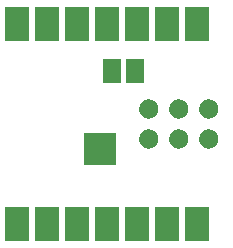
<source format=gtp>
G04 Layer: TopPasteMaskLayer*
G04 EasyEDA Pro v2.2.40.8, 2025-09-14 15:16:37*
G04 Gerber Generator version 0.3*
G04 Scale: 100 percent, Rotated: No, Reflected: No*
G04 Dimensions in millimeters*
G04 Leading zeros omitted, absolute positions, 4 integers and 5 decimals*
G04 Generated by one-click*
%FSLAX45Y45*%
%MOMM*%
%ADD10R,2.0X2.99999*%
%ADD11R,2.79999X2.79999*%
%ADD12R,1.524X2.032*%
%ADD13C,0.7751*%
G75*


G04 Pad Start*
G54D10*
G01X1094740Y-3341014D03*
G01X1348740Y-3341014D03*
G01X1602740Y-3341014D03*
G01X1856740Y-3341014D03*
G01X2110740Y-3341014D03*
G01X2364740Y-3341014D03*
G01X2618740Y-3341014D03*
G01X1094740Y-5040986D03*
G01X1348740Y-5040986D03*
G01X1602740Y-5040986D03*
G01X1856740Y-5040986D03*
G01X2110740Y-5040986D03*
G01X2364740Y-5040986D03*
G01X2618740Y-5040986D03*
G54D11*
G01X1796745Y-4401007D03*
G54D12*
G01X2086737Y-3741014D03*
G01X1896745Y-3741014D03*
G36*
G01X2796537Y-4063370D02*
G01X2796517Y-4065887D01*
G01X2796421Y-4068399D01*
G01X2796245Y-4070909D01*
G01X2795994Y-4073413D01*
G01X2795664Y-4075908D01*
G01X2795257Y-4078389D01*
G01X2794772Y-4080858D01*
G01X2794213Y-4083312D01*
G01X2793578Y-4085745D01*
G01X2792867Y-4088158D01*
G01X2792082Y-4090548D01*
G01X2791224Y-4092913D01*
G01X2790292Y-4095250D01*
G01X2789291Y-4097556D01*
G01X2788216Y-4099832D01*
G01X2787071Y-4102072D01*
G01X2785859Y-4104277D01*
G01X2784579Y-4106441D01*
G01X2783233Y-4108567D01*
G01X2781821Y-4110650D01*
G01X2780345Y-4112687D01*
G01X2778808Y-4114678D01*
G01X2777208Y-4116619D01*
G01X2775549Y-4118511D01*
G01X2773835Y-4120350D01*
G01X2772062Y-4122138D01*
G01X2770236Y-4123868D01*
G01X2768356Y-4125539D01*
G01X2766428Y-4127152D01*
G01X2764450Y-4128706D01*
G01X2762423Y-4130197D01*
G01X2760353Y-4131625D01*
G01X2758237Y-4132989D01*
G01X2756080Y-4134284D01*
G01X2753886Y-4135516D01*
G01X2751656Y-4136677D01*
G01X2749387Y-4137767D01*
G01X2747089Y-4138788D01*
G01X2744760Y-4139738D01*
G01X2742402Y-4140614D01*
G01X2740017Y-4141417D01*
G01X2737609Y-4142146D01*
G01X2735181Y-4142801D01*
G01X2732733Y-4143380D01*
G01X2730269Y-4143883D01*
G01X2727790Y-4144310D01*
G01X2725298Y-4144658D01*
G01X2722796Y-4144929D01*
G01X2720289Y-4145125D01*
G01X2717775Y-4145242D01*
G01X2715260Y-4145280D01*
G01X2712745Y-4145242D01*
G01X2710231Y-4145125D01*
G01X2707724Y-4144929D01*
G01X2705222Y-4144658D01*
G01X2702730Y-4144310D01*
G01X2700251Y-4143883D01*
G01X2697787Y-4143380D01*
G01X2695339Y-4142801D01*
G01X2692911Y-4142146D01*
G01X2690503Y-4141417D01*
G01X2688118Y-4140614D01*
G01X2685760Y-4139738D01*
G01X2683431Y-4138788D01*
G01X2681133Y-4137767D01*
G01X2678864Y-4136677D01*
G01X2676634Y-4135516D01*
G01X2674440Y-4134284D01*
G01X2672283Y-4132989D01*
G01X2670167Y-4131625D01*
G01X2668097Y-4130197D01*
G01X2666070Y-4128706D01*
G01X2664092Y-4127152D01*
G01X2662164Y-4125539D01*
G01X2660284Y-4123868D01*
G01X2658458Y-4122138D01*
G01X2656685Y-4120350D01*
G01X2654971Y-4118511D01*
G01X2653312Y-4116619D01*
G01X2651712Y-4114678D01*
G01X2650175Y-4112687D01*
G01X2648699Y-4110650D01*
G01X2647287Y-4108567D01*
G01X2645941Y-4106441D01*
G01X2644661Y-4104277D01*
G01X2643449Y-4102072D01*
G01X2642304Y-4099832D01*
G01X2641229Y-4097556D01*
G01X2640228Y-4095250D01*
G01X2639296Y-4092913D01*
G01X2638438Y-4090548D01*
G01X2637653Y-4088158D01*
G01X2636942Y-4085745D01*
G01X2636307Y-4083312D01*
G01X2635748Y-4080858D01*
G01X2635263Y-4078389D01*
G01X2634856Y-4075908D01*
G01X2634526Y-4073413D01*
G01X2634275Y-4070909D01*
G01X2634099Y-4068399D01*
G01X2634003Y-4065887D01*
G01X2633983Y-4063370D01*
G01X2634041Y-4060855D01*
G01X2634178Y-4058343D01*
G01X2634391Y-4055836D01*
G01X2634681Y-4053340D01*
G01X2635052Y-4050850D01*
G01X2635496Y-4048374D01*
G01X2636017Y-4045913D01*
G01X2636617Y-4043469D01*
G01X2637290Y-4041046D01*
G01X2638036Y-4038643D01*
G01X2638857Y-4036266D01*
G01X2639753Y-4033916D01*
G01X2640721Y-4031592D01*
G01X2641757Y-4029301D01*
G01X2642867Y-4027043D01*
G01X2644046Y-4024820D01*
G01X2645293Y-4022636D01*
G01X2646606Y-4020490D01*
G01X2647986Y-4018387D01*
G01X2649428Y-4016327D01*
G01X2650937Y-4014313D01*
G01X2652504Y-4012347D01*
G01X2654132Y-4010429D01*
G01X2655821Y-4008562D01*
G01X2657564Y-4006748D01*
G01X2659365Y-4004991D01*
G01X2661216Y-4003289D01*
G01X2663121Y-4001646D01*
G01X2665077Y-4000063D01*
G01X2667079Y-3998539D01*
G01X2669129Y-3997081D01*
G01X2671221Y-3995684D01*
G01X2673355Y-3994356D01*
G01X2675532Y-3993091D01*
G01X2677744Y-3991894D01*
G01X2679995Y-3990769D01*
G01X2682278Y-3989713D01*
G01X2684592Y-3988727D01*
G01X2686936Y-3987815D01*
G01X2689306Y-3986974D01*
G01X2691704Y-3986207D01*
G01X2694122Y-3985517D01*
G01X2696561Y-3984899D01*
G01X2699017Y-3984358D01*
G01X2701491Y-3983896D01*
G01X2703975Y-3983507D01*
G01X2706472Y-3983198D01*
G01X2708976Y-3982964D01*
G01X2711488Y-3982806D01*
G01X2714003Y-3982730D01*
G01X2716517Y-3982730D01*
G01X2719032Y-3982806D01*
G01X2721544Y-3982964D01*
G01X2724048Y-3983198D01*
G01X2726545Y-3983507D01*
G01X2729029Y-3983896D01*
G01X2731503Y-3984358D01*
G01X2733959Y-3984899D01*
G01X2736398Y-3985517D01*
G01X2738816Y-3986207D01*
G01X2741214Y-3986974D01*
G01X2743584Y-3987815D01*
G01X2745928Y-3988727D01*
G01X2748242Y-3989713D01*
G01X2750525Y-3990769D01*
G01X2752776Y-3991894D01*
G01X2754988Y-3993091D01*
G01X2757165Y-3994356D01*
G01X2759299Y-3995684D01*
G01X2761391Y-3997081D01*
G01X2763441Y-3998539D01*
G01X2765443Y-4000063D01*
G01X2767399Y-4001646D01*
G01X2769304Y-4003289D01*
G01X2771155Y-4004991D01*
G01X2772956Y-4006748D01*
G01X2774699Y-4008562D01*
G01X2776388Y-4010429D01*
G01X2778016Y-4012347D01*
G01X2779583Y-4014313D01*
G01X2781092Y-4016327D01*
G01X2782534Y-4018387D01*
G01X2783914Y-4020490D01*
G01X2785227Y-4022636D01*
G01X2786474Y-4024820D01*
G01X2787653Y-4027043D01*
G01X2788763Y-4029301D01*
G01X2789799Y-4031592D01*
G01X2790767Y-4033916D01*
G01X2791663Y-4036266D01*
G01X2792484Y-4038643D01*
G01X2793230Y-4041046D01*
G01X2793903Y-4043469D01*
G01X2794503Y-4045913D01*
G01X2795024Y-4048374D01*
G01X2795468Y-4050850D01*
G01X2795839Y-4053340D01*
G01X2796129Y-4055836D01*
G01X2796342Y-4058343D01*
G01X2796479Y-4060855D01*
G01X2796537Y-4063370D01*
G37*
G36*
G01X2796537Y-4317370D02*
G01X2796517Y-4319887D01*
G01X2796421Y-4322399D01*
G01X2796245Y-4324909D01*
G01X2795994Y-4327413D01*
G01X2795664Y-4329908D01*
G01X2795257Y-4332389D01*
G01X2794772Y-4334858D01*
G01X2794213Y-4337312D01*
G01X2793578Y-4339745D01*
G01X2792867Y-4342158D01*
G01X2792082Y-4344548D01*
G01X2791224Y-4346913D01*
G01X2790292Y-4349250D01*
G01X2789291Y-4351556D01*
G01X2788216Y-4353832D01*
G01X2787071Y-4356072D01*
G01X2785859Y-4358277D01*
G01X2784579Y-4360441D01*
G01X2783233Y-4362567D01*
G01X2781821Y-4364650D01*
G01X2780345Y-4366687D01*
G01X2778808Y-4368678D01*
G01X2777208Y-4370619D01*
G01X2775549Y-4372511D01*
G01X2773835Y-4374350D01*
G01X2772062Y-4376138D01*
G01X2770236Y-4377868D01*
G01X2768356Y-4379539D01*
G01X2766428Y-4381152D01*
G01X2764450Y-4382706D01*
G01X2762423Y-4384197D01*
G01X2760353Y-4385625D01*
G01X2758237Y-4386989D01*
G01X2756080Y-4388284D01*
G01X2753886Y-4389516D01*
G01X2751656Y-4390677D01*
G01X2749387Y-4391767D01*
G01X2747089Y-4392788D01*
G01X2744760Y-4393738D01*
G01X2742402Y-4394614D01*
G01X2740017Y-4395417D01*
G01X2737609Y-4396146D01*
G01X2735181Y-4396801D01*
G01X2732733Y-4397380D01*
G01X2730269Y-4397883D01*
G01X2727790Y-4398310D01*
G01X2725298Y-4398658D01*
G01X2722796Y-4398929D01*
G01X2720289Y-4399125D01*
G01X2717775Y-4399242D01*
G01X2715260Y-4399280D01*
G01X2712745Y-4399242D01*
G01X2710231Y-4399125D01*
G01X2707724Y-4398929D01*
G01X2705222Y-4398658D01*
G01X2702730Y-4398310D01*
G01X2700251Y-4397883D01*
G01X2697787Y-4397380D01*
G01X2695339Y-4396801D01*
G01X2692911Y-4396146D01*
G01X2690503Y-4395417D01*
G01X2688118Y-4394614D01*
G01X2685760Y-4393738D01*
G01X2683431Y-4392788D01*
G01X2681133Y-4391767D01*
G01X2678864Y-4390677D01*
G01X2676634Y-4389516D01*
G01X2674440Y-4388284D01*
G01X2672283Y-4386989D01*
G01X2670167Y-4385625D01*
G01X2668097Y-4384197D01*
G01X2666070Y-4382706D01*
G01X2664092Y-4381152D01*
G01X2662164Y-4379539D01*
G01X2660284Y-4377868D01*
G01X2658458Y-4376138D01*
G01X2656685Y-4374350D01*
G01X2654971Y-4372511D01*
G01X2653312Y-4370619D01*
G01X2651712Y-4368678D01*
G01X2650175Y-4366687D01*
G01X2648699Y-4364650D01*
G01X2647287Y-4362567D01*
G01X2645941Y-4360441D01*
G01X2644661Y-4358277D01*
G01X2643449Y-4356072D01*
G01X2642304Y-4353832D01*
G01X2641229Y-4351556D01*
G01X2640228Y-4349250D01*
G01X2639296Y-4346913D01*
G01X2638438Y-4344548D01*
G01X2637653Y-4342158D01*
G01X2636942Y-4339745D01*
G01X2636307Y-4337312D01*
G01X2635748Y-4334858D01*
G01X2635263Y-4332389D01*
G01X2634856Y-4329908D01*
G01X2634526Y-4327413D01*
G01X2634275Y-4324909D01*
G01X2634099Y-4322399D01*
G01X2634003Y-4319887D01*
G01X2633983Y-4317370D01*
G01X2634041Y-4314855D01*
G01X2634178Y-4312343D01*
G01X2634391Y-4309836D01*
G01X2634681Y-4307340D01*
G01X2635052Y-4304850D01*
G01X2635496Y-4302374D01*
G01X2636017Y-4299913D01*
G01X2636617Y-4297469D01*
G01X2637290Y-4295046D01*
G01X2638036Y-4292643D01*
G01X2638857Y-4290266D01*
G01X2639753Y-4287916D01*
G01X2640721Y-4285592D01*
G01X2641757Y-4283301D01*
G01X2642867Y-4281043D01*
G01X2644046Y-4278820D01*
G01X2645293Y-4276636D01*
G01X2646606Y-4274490D01*
G01X2647986Y-4272387D01*
G01X2649428Y-4270327D01*
G01X2650937Y-4268313D01*
G01X2652504Y-4266347D01*
G01X2654132Y-4264429D01*
G01X2655821Y-4262562D01*
G01X2657564Y-4260748D01*
G01X2659365Y-4258991D01*
G01X2661216Y-4257289D01*
G01X2663121Y-4255646D01*
G01X2665077Y-4254063D01*
G01X2667079Y-4252539D01*
G01X2669129Y-4251081D01*
G01X2671221Y-4249684D01*
G01X2673355Y-4248356D01*
G01X2675532Y-4247091D01*
G01X2677744Y-4245894D01*
G01X2679995Y-4244769D01*
G01X2682278Y-4243713D01*
G01X2684592Y-4242727D01*
G01X2686936Y-4241815D01*
G01X2689306Y-4240974D01*
G01X2691704Y-4240207D01*
G01X2694122Y-4239517D01*
G01X2696561Y-4238899D01*
G01X2699017Y-4238358D01*
G01X2701491Y-4237896D01*
G01X2703975Y-4237507D01*
G01X2706472Y-4237198D01*
G01X2708976Y-4236964D01*
G01X2711488Y-4236806D01*
G01X2714003Y-4236730D01*
G01X2716517Y-4236730D01*
G01X2719032Y-4236806D01*
G01X2721544Y-4236964D01*
G01X2724048Y-4237198D01*
G01X2726545Y-4237507D01*
G01X2729029Y-4237896D01*
G01X2731503Y-4238358D01*
G01X2733959Y-4238899D01*
G01X2736398Y-4239517D01*
G01X2738816Y-4240207D01*
G01X2741214Y-4240974D01*
G01X2743584Y-4241815D01*
G01X2745928Y-4242727D01*
G01X2748242Y-4243713D01*
G01X2750525Y-4244769D01*
G01X2752776Y-4245894D01*
G01X2754988Y-4247091D01*
G01X2757165Y-4248356D01*
G01X2759299Y-4249684D01*
G01X2761391Y-4251081D01*
G01X2763441Y-4252539D01*
G01X2765443Y-4254063D01*
G01X2767399Y-4255646D01*
G01X2769304Y-4257289D01*
G01X2771155Y-4258991D01*
G01X2772956Y-4260748D01*
G01X2774699Y-4262562D01*
G01X2776388Y-4264429D01*
G01X2778016Y-4266347D01*
G01X2779583Y-4268313D01*
G01X2781092Y-4270327D01*
G01X2782534Y-4272387D01*
G01X2783914Y-4274490D01*
G01X2785227Y-4276636D01*
G01X2786474Y-4278820D01*
G01X2787653Y-4281043D01*
G01X2788763Y-4283301D01*
G01X2789799Y-4285592D01*
G01X2790767Y-4287916D01*
G01X2791663Y-4290266D01*
G01X2792484Y-4292643D01*
G01X2793230Y-4295046D01*
G01X2793903Y-4297469D01*
G01X2794503Y-4299913D01*
G01X2795024Y-4302374D01*
G01X2795468Y-4304850D01*
G01X2795839Y-4307340D01*
G01X2796129Y-4309836D01*
G01X2796342Y-4312343D01*
G01X2796479Y-4314855D01*
G01X2796537Y-4317370D01*
G37*
G36*
G01X2542537Y-4317370D02*
G01X2542517Y-4319887D01*
G01X2542421Y-4322399D01*
G01X2542245Y-4324909D01*
G01X2541994Y-4327413D01*
G01X2541664Y-4329908D01*
G01X2541257Y-4332389D01*
G01X2540772Y-4334858D01*
G01X2540213Y-4337312D01*
G01X2539578Y-4339745D01*
G01X2538867Y-4342158D01*
G01X2538082Y-4344548D01*
G01X2537224Y-4346913D01*
G01X2536292Y-4349250D01*
G01X2535291Y-4351556D01*
G01X2534216Y-4353832D01*
G01X2533071Y-4356072D01*
G01X2531859Y-4358277D01*
G01X2530579Y-4360441D01*
G01X2529233Y-4362567D01*
G01X2527821Y-4364650D01*
G01X2526345Y-4366687D01*
G01X2524808Y-4368678D01*
G01X2523208Y-4370619D01*
G01X2521549Y-4372511D01*
G01X2519835Y-4374350D01*
G01X2518062Y-4376138D01*
G01X2516236Y-4377868D01*
G01X2514356Y-4379539D01*
G01X2512428Y-4381152D01*
G01X2510450Y-4382706D01*
G01X2508423Y-4384197D01*
G01X2506353Y-4385625D01*
G01X2504237Y-4386989D01*
G01X2502080Y-4388284D01*
G01X2499886Y-4389516D01*
G01X2497656Y-4390677D01*
G01X2495387Y-4391767D01*
G01X2493089Y-4392788D01*
G01X2490760Y-4393738D01*
G01X2488402Y-4394614D01*
G01X2486017Y-4395417D01*
G01X2483609Y-4396146D01*
G01X2481181Y-4396801D01*
G01X2478733Y-4397380D01*
G01X2476269Y-4397883D01*
G01X2473790Y-4398310D01*
G01X2471298Y-4398658D01*
G01X2468796Y-4398929D01*
G01X2466289Y-4399125D01*
G01X2463775Y-4399242D01*
G01X2461260Y-4399280D01*
G01X2458745Y-4399242D01*
G01X2456231Y-4399125D01*
G01X2453724Y-4398929D01*
G01X2451222Y-4398658D01*
G01X2448730Y-4398310D01*
G01X2446251Y-4397883D01*
G01X2443787Y-4397380D01*
G01X2441339Y-4396801D01*
G01X2438911Y-4396146D01*
G01X2436503Y-4395417D01*
G01X2434118Y-4394614D01*
G01X2431760Y-4393738D01*
G01X2429431Y-4392788D01*
G01X2427133Y-4391767D01*
G01X2424864Y-4390677D01*
G01X2422634Y-4389516D01*
G01X2420440Y-4388284D01*
G01X2418283Y-4386989D01*
G01X2416167Y-4385625D01*
G01X2414097Y-4384197D01*
G01X2412070Y-4382706D01*
G01X2410092Y-4381152D01*
G01X2408164Y-4379539D01*
G01X2406284Y-4377868D01*
G01X2404458Y-4376138D01*
G01X2402685Y-4374350D01*
G01X2400971Y-4372511D01*
G01X2399312Y-4370619D01*
G01X2397712Y-4368678D01*
G01X2396175Y-4366687D01*
G01X2394699Y-4364650D01*
G01X2393287Y-4362567D01*
G01X2391941Y-4360441D01*
G01X2390661Y-4358277D01*
G01X2389449Y-4356072D01*
G01X2388304Y-4353832D01*
G01X2387229Y-4351556D01*
G01X2386228Y-4349250D01*
G01X2385296Y-4346913D01*
G01X2384438Y-4344548D01*
G01X2383653Y-4342158D01*
G01X2382942Y-4339745D01*
G01X2382307Y-4337312D01*
G01X2381748Y-4334858D01*
G01X2381263Y-4332389D01*
G01X2380856Y-4329908D01*
G01X2380526Y-4327413D01*
G01X2380275Y-4324909D01*
G01X2380099Y-4322399D01*
G01X2380003Y-4319887D01*
G01X2379983Y-4317370D01*
G01X2380041Y-4314855D01*
G01X2380178Y-4312343D01*
G01X2380391Y-4309836D01*
G01X2380681Y-4307340D01*
G01X2381052Y-4304850D01*
G01X2381496Y-4302374D01*
G01X2382017Y-4299913D01*
G01X2382617Y-4297469D01*
G01X2383290Y-4295046D01*
G01X2384036Y-4292643D01*
G01X2384857Y-4290266D01*
G01X2385753Y-4287916D01*
G01X2386721Y-4285592D01*
G01X2387757Y-4283301D01*
G01X2388867Y-4281043D01*
G01X2390046Y-4278820D01*
G01X2391293Y-4276636D01*
G01X2392606Y-4274490D01*
G01X2393986Y-4272387D01*
G01X2395428Y-4270327D01*
G01X2396937Y-4268313D01*
G01X2398504Y-4266347D01*
G01X2400132Y-4264429D01*
G01X2401821Y-4262562D01*
G01X2403564Y-4260748D01*
G01X2405365Y-4258991D01*
G01X2407216Y-4257289D01*
G01X2409121Y-4255646D01*
G01X2411077Y-4254063D01*
G01X2413079Y-4252539D01*
G01X2415129Y-4251081D01*
G01X2417221Y-4249684D01*
G01X2419355Y-4248356D01*
G01X2421532Y-4247091D01*
G01X2423744Y-4245894D01*
G01X2425995Y-4244769D01*
G01X2428278Y-4243713D01*
G01X2430592Y-4242727D01*
G01X2432936Y-4241815D01*
G01X2435306Y-4240974D01*
G01X2437704Y-4240207D01*
G01X2440122Y-4239517D01*
G01X2442561Y-4238899D01*
G01X2445017Y-4238358D01*
G01X2447491Y-4237896D01*
G01X2449975Y-4237507D01*
G01X2452472Y-4237198D01*
G01X2454976Y-4236964D01*
G01X2457488Y-4236806D01*
G01X2460003Y-4236730D01*
G01X2462517Y-4236730D01*
G01X2465032Y-4236806D01*
G01X2467544Y-4236964D01*
G01X2470048Y-4237198D01*
G01X2472545Y-4237507D01*
G01X2475029Y-4237896D01*
G01X2477503Y-4238358D01*
G01X2479959Y-4238899D01*
G01X2482398Y-4239517D01*
G01X2484816Y-4240207D01*
G01X2487214Y-4240974D01*
G01X2489584Y-4241815D01*
G01X2491928Y-4242727D01*
G01X2494242Y-4243713D01*
G01X2496525Y-4244769D01*
G01X2498776Y-4245894D01*
G01X2500988Y-4247091D01*
G01X2503165Y-4248356D01*
G01X2505299Y-4249684D01*
G01X2507391Y-4251081D01*
G01X2509441Y-4252539D01*
G01X2511443Y-4254063D01*
G01X2513399Y-4255646D01*
G01X2515304Y-4257289D01*
G01X2517155Y-4258991D01*
G01X2518956Y-4260748D01*
G01X2520699Y-4262562D01*
G01X2522388Y-4264429D01*
G01X2524016Y-4266347D01*
G01X2525583Y-4268313D01*
G01X2527092Y-4270327D01*
G01X2528534Y-4272387D01*
G01X2529914Y-4274490D01*
G01X2531227Y-4276636D01*
G01X2532474Y-4278820D01*
G01X2533653Y-4281043D01*
G01X2534763Y-4283301D01*
G01X2535799Y-4285592D01*
G01X2536767Y-4287916D01*
G01X2537663Y-4290266D01*
G01X2538484Y-4292643D01*
G01X2539230Y-4295046D01*
G01X2539903Y-4297469D01*
G01X2540503Y-4299913D01*
G01X2541024Y-4302374D01*
G01X2541468Y-4304850D01*
G01X2541839Y-4307340D01*
G01X2542129Y-4309836D01*
G01X2542342Y-4312343D01*
G01X2542479Y-4314855D01*
G01X2542537Y-4317370D01*
G37*
G36*
G01X2542537Y-4063370D02*
G01X2542517Y-4065887D01*
G01X2542421Y-4068399D01*
G01X2542245Y-4070909D01*
G01X2541994Y-4073413D01*
G01X2541664Y-4075908D01*
G01X2541257Y-4078389D01*
G01X2540772Y-4080858D01*
G01X2540213Y-4083312D01*
G01X2539578Y-4085745D01*
G01X2538867Y-4088158D01*
G01X2538082Y-4090548D01*
G01X2537224Y-4092913D01*
G01X2536292Y-4095250D01*
G01X2535291Y-4097556D01*
G01X2534216Y-4099832D01*
G01X2533071Y-4102072D01*
G01X2531859Y-4104277D01*
G01X2530579Y-4106441D01*
G01X2529233Y-4108567D01*
G01X2527821Y-4110650D01*
G01X2526345Y-4112687D01*
G01X2524808Y-4114678D01*
G01X2523208Y-4116619D01*
G01X2521549Y-4118511D01*
G01X2519835Y-4120350D01*
G01X2518062Y-4122138D01*
G01X2516236Y-4123868D01*
G01X2514356Y-4125539D01*
G01X2512428Y-4127152D01*
G01X2510450Y-4128706D01*
G01X2508423Y-4130197D01*
G01X2506353Y-4131625D01*
G01X2504237Y-4132989D01*
G01X2502080Y-4134284D01*
G01X2499886Y-4135516D01*
G01X2497656Y-4136677D01*
G01X2495387Y-4137767D01*
G01X2493089Y-4138788D01*
G01X2490760Y-4139738D01*
G01X2488402Y-4140614D01*
G01X2486017Y-4141417D01*
G01X2483609Y-4142146D01*
G01X2481181Y-4142801D01*
G01X2478733Y-4143380D01*
G01X2476269Y-4143883D01*
G01X2473790Y-4144310D01*
G01X2471298Y-4144658D01*
G01X2468796Y-4144929D01*
G01X2466289Y-4145125D01*
G01X2463775Y-4145242D01*
G01X2461260Y-4145280D01*
G01X2458745Y-4145242D01*
G01X2456231Y-4145125D01*
G01X2453724Y-4144929D01*
G01X2451222Y-4144658D01*
G01X2448730Y-4144310D01*
G01X2446251Y-4143883D01*
G01X2443787Y-4143380D01*
G01X2441339Y-4142801D01*
G01X2438911Y-4142146D01*
G01X2436503Y-4141417D01*
G01X2434118Y-4140614D01*
G01X2431760Y-4139738D01*
G01X2429431Y-4138788D01*
G01X2427133Y-4137767D01*
G01X2424864Y-4136677D01*
G01X2422634Y-4135516D01*
G01X2420440Y-4134284D01*
G01X2418283Y-4132989D01*
G01X2416167Y-4131625D01*
G01X2414097Y-4130197D01*
G01X2412070Y-4128706D01*
G01X2410092Y-4127152D01*
G01X2408164Y-4125539D01*
G01X2406284Y-4123868D01*
G01X2404458Y-4122138D01*
G01X2402685Y-4120350D01*
G01X2400971Y-4118511D01*
G01X2399312Y-4116619D01*
G01X2397712Y-4114678D01*
G01X2396175Y-4112687D01*
G01X2394699Y-4110650D01*
G01X2393287Y-4108567D01*
G01X2391941Y-4106441D01*
G01X2390661Y-4104277D01*
G01X2389449Y-4102072D01*
G01X2388304Y-4099832D01*
G01X2387229Y-4097556D01*
G01X2386228Y-4095250D01*
G01X2385296Y-4092913D01*
G01X2384438Y-4090548D01*
G01X2383653Y-4088158D01*
G01X2382942Y-4085745D01*
G01X2382307Y-4083312D01*
G01X2381748Y-4080858D01*
G01X2381263Y-4078389D01*
G01X2380856Y-4075908D01*
G01X2380526Y-4073413D01*
G01X2380275Y-4070909D01*
G01X2380099Y-4068399D01*
G01X2380003Y-4065887D01*
G01X2379983Y-4063370D01*
G01X2380041Y-4060855D01*
G01X2380178Y-4058343D01*
G01X2380391Y-4055836D01*
G01X2380681Y-4053340D01*
G01X2381052Y-4050850D01*
G01X2381496Y-4048374D01*
G01X2382017Y-4045913D01*
G01X2382617Y-4043469D01*
G01X2383290Y-4041046D01*
G01X2384036Y-4038643D01*
G01X2384857Y-4036266D01*
G01X2385753Y-4033916D01*
G01X2386721Y-4031592D01*
G01X2387757Y-4029301D01*
G01X2388867Y-4027043D01*
G01X2390046Y-4024820D01*
G01X2391293Y-4022636D01*
G01X2392606Y-4020490D01*
G01X2393986Y-4018387D01*
G01X2395428Y-4016327D01*
G01X2396937Y-4014313D01*
G01X2398504Y-4012347D01*
G01X2400132Y-4010429D01*
G01X2401821Y-4008562D01*
G01X2403564Y-4006748D01*
G01X2405365Y-4004991D01*
G01X2407216Y-4003289D01*
G01X2409121Y-4001646D01*
G01X2411077Y-4000063D01*
G01X2413079Y-3998539D01*
G01X2415129Y-3997081D01*
G01X2417221Y-3995684D01*
G01X2419355Y-3994356D01*
G01X2421532Y-3993091D01*
G01X2423744Y-3991894D01*
G01X2425995Y-3990769D01*
G01X2428278Y-3989713D01*
G01X2430592Y-3988727D01*
G01X2432936Y-3987815D01*
G01X2435306Y-3986974D01*
G01X2437704Y-3986207D01*
G01X2440122Y-3985517D01*
G01X2442561Y-3984899D01*
G01X2445017Y-3984358D01*
G01X2447491Y-3983896D01*
G01X2449975Y-3983507D01*
G01X2452472Y-3983198D01*
G01X2454976Y-3982964D01*
G01X2457488Y-3982806D01*
G01X2460003Y-3982730D01*
G01X2462517Y-3982730D01*
G01X2465032Y-3982806D01*
G01X2467544Y-3982964D01*
G01X2470048Y-3983198D01*
G01X2472545Y-3983507D01*
G01X2475029Y-3983896D01*
G01X2477503Y-3984358D01*
G01X2479959Y-3984899D01*
G01X2482398Y-3985517D01*
G01X2484816Y-3986207D01*
G01X2487214Y-3986974D01*
G01X2489584Y-3987815D01*
G01X2491928Y-3988727D01*
G01X2494242Y-3989713D01*
G01X2496525Y-3990769D01*
G01X2498776Y-3991894D01*
G01X2500988Y-3993091D01*
G01X2503165Y-3994356D01*
G01X2505299Y-3995684D01*
G01X2507391Y-3997081D01*
G01X2509441Y-3998539D01*
G01X2511443Y-4000063D01*
G01X2513399Y-4001646D01*
G01X2515304Y-4003289D01*
G01X2517155Y-4004991D01*
G01X2518956Y-4006748D01*
G01X2520699Y-4008562D01*
G01X2522388Y-4010429D01*
G01X2524016Y-4012347D01*
G01X2525583Y-4014313D01*
G01X2527092Y-4016327D01*
G01X2528534Y-4018387D01*
G01X2529914Y-4020490D01*
G01X2531227Y-4022636D01*
G01X2532474Y-4024820D01*
G01X2533653Y-4027043D01*
G01X2534763Y-4029301D01*
G01X2535799Y-4031592D01*
G01X2536767Y-4033916D01*
G01X2537663Y-4036266D01*
G01X2538484Y-4038643D01*
G01X2539230Y-4041046D01*
G01X2539903Y-4043469D01*
G01X2540503Y-4045913D01*
G01X2541024Y-4048374D01*
G01X2541468Y-4050850D01*
G01X2541839Y-4053340D01*
G01X2542129Y-4055836D01*
G01X2542342Y-4058343D01*
G01X2542479Y-4060855D01*
G01X2542537Y-4063370D01*
G37*
G36*
G01X2288537Y-4317370D02*
G01X2288517Y-4319887D01*
G01X2288421Y-4322399D01*
G01X2288245Y-4324909D01*
G01X2287994Y-4327413D01*
G01X2287664Y-4329908D01*
G01X2287257Y-4332389D01*
G01X2286772Y-4334858D01*
G01X2286213Y-4337312D01*
G01X2285578Y-4339745D01*
G01X2284867Y-4342158D01*
G01X2284082Y-4344548D01*
G01X2283224Y-4346913D01*
G01X2282292Y-4349250D01*
G01X2281291Y-4351556D01*
G01X2280216Y-4353832D01*
G01X2279071Y-4356072D01*
G01X2277859Y-4358277D01*
G01X2276579Y-4360441D01*
G01X2275233Y-4362567D01*
G01X2273821Y-4364650D01*
G01X2272345Y-4366687D01*
G01X2270808Y-4368678D01*
G01X2269208Y-4370619D01*
G01X2267549Y-4372511D01*
G01X2265835Y-4374350D01*
G01X2264062Y-4376138D01*
G01X2262236Y-4377868D01*
G01X2260356Y-4379539D01*
G01X2258428Y-4381152D01*
G01X2256450Y-4382706D01*
G01X2254423Y-4384197D01*
G01X2252353Y-4385625D01*
G01X2250237Y-4386989D01*
G01X2248080Y-4388284D01*
G01X2245886Y-4389516D01*
G01X2243656Y-4390677D01*
G01X2241387Y-4391767D01*
G01X2239089Y-4392788D01*
G01X2236760Y-4393738D01*
G01X2234402Y-4394614D01*
G01X2232017Y-4395417D01*
G01X2229609Y-4396146D01*
G01X2227181Y-4396801D01*
G01X2224733Y-4397380D01*
G01X2222269Y-4397883D01*
G01X2219790Y-4398310D01*
G01X2217298Y-4398658D01*
G01X2214796Y-4398929D01*
G01X2212289Y-4399125D01*
G01X2209775Y-4399242D01*
G01X2207260Y-4399280D01*
G01X2204745Y-4399242D01*
G01X2202231Y-4399125D01*
G01X2199724Y-4398929D01*
G01X2197222Y-4398658D01*
G01X2194730Y-4398310D01*
G01X2192251Y-4397883D01*
G01X2189787Y-4397380D01*
G01X2187339Y-4396801D01*
G01X2184911Y-4396146D01*
G01X2182503Y-4395417D01*
G01X2180118Y-4394614D01*
G01X2177760Y-4393738D01*
G01X2175431Y-4392788D01*
G01X2173133Y-4391767D01*
G01X2170864Y-4390677D01*
G01X2168634Y-4389516D01*
G01X2166440Y-4388284D01*
G01X2164283Y-4386989D01*
G01X2162167Y-4385625D01*
G01X2160097Y-4384197D01*
G01X2158070Y-4382706D01*
G01X2156092Y-4381152D01*
G01X2154164Y-4379539D01*
G01X2152284Y-4377868D01*
G01X2150458Y-4376138D01*
G01X2148685Y-4374350D01*
G01X2146971Y-4372511D01*
G01X2145312Y-4370619D01*
G01X2143712Y-4368678D01*
G01X2142175Y-4366687D01*
G01X2140699Y-4364650D01*
G01X2139287Y-4362567D01*
G01X2137941Y-4360441D01*
G01X2136661Y-4358277D01*
G01X2135449Y-4356072D01*
G01X2134304Y-4353832D01*
G01X2133229Y-4351556D01*
G01X2132228Y-4349250D01*
G01X2131296Y-4346913D01*
G01X2130438Y-4344548D01*
G01X2129653Y-4342158D01*
G01X2128942Y-4339745D01*
G01X2128307Y-4337312D01*
G01X2127748Y-4334858D01*
G01X2127263Y-4332389D01*
G01X2126856Y-4329908D01*
G01X2126526Y-4327413D01*
G01X2126275Y-4324909D01*
G01X2126099Y-4322399D01*
G01X2126003Y-4319887D01*
G01X2125983Y-4317370D01*
G01X2126041Y-4314855D01*
G01X2126178Y-4312343D01*
G01X2126391Y-4309836D01*
G01X2126681Y-4307340D01*
G01X2127052Y-4304850D01*
G01X2127496Y-4302374D01*
G01X2128017Y-4299913D01*
G01X2128617Y-4297469D01*
G01X2129290Y-4295046D01*
G01X2130036Y-4292643D01*
G01X2130857Y-4290266D01*
G01X2131753Y-4287916D01*
G01X2132721Y-4285592D01*
G01X2133757Y-4283301D01*
G01X2134867Y-4281043D01*
G01X2136046Y-4278820D01*
G01X2137293Y-4276636D01*
G01X2138606Y-4274490D01*
G01X2139986Y-4272387D01*
G01X2141428Y-4270327D01*
G01X2142937Y-4268313D01*
G01X2144504Y-4266347D01*
G01X2146132Y-4264429D01*
G01X2147821Y-4262562D01*
G01X2149564Y-4260748D01*
G01X2151365Y-4258991D01*
G01X2153216Y-4257289D01*
G01X2155121Y-4255646D01*
G01X2157077Y-4254063D01*
G01X2159079Y-4252539D01*
G01X2161129Y-4251081D01*
G01X2163221Y-4249684D01*
G01X2165355Y-4248356D01*
G01X2167532Y-4247091D01*
G01X2169744Y-4245894D01*
G01X2171995Y-4244769D01*
G01X2174278Y-4243713D01*
G01X2176592Y-4242727D01*
G01X2178936Y-4241815D01*
G01X2181306Y-4240974D01*
G01X2183704Y-4240207D01*
G01X2186122Y-4239517D01*
G01X2188561Y-4238899D01*
G01X2191017Y-4238358D01*
G01X2193491Y-4237896D01*
G01X2195975Y-4237507D01*
G01X2198472Y-4237198D01*
G01X2200976Y-4236964D01*
G01X2203488Y-4236806D01*
G01X2206003Y-4236730D01*
G01X2208517Y-4236730D01*
G01X2211032Y-4236806D01*
G01X2213544Y-4236964D01*
G01X2216048Y-4237198D01*
G01X2218545Y-4237507D01*
G01X2221029Y-4237896D01*
G01X2223503Y-4238358D01*
G01X2225959Y-4238899D01*
G01X2228398Y-4239517D01*
G01X2230816Y-4240207D01*
G01X2233214Y-4240974D01*
G01X2235584Y-4241815D01*
G01X2237928Y-4242727D01*
G01X2240242Y-4243713D01*
G01X2242525Y-4244769D01*
G01X2244776Y-4245894D01*
G01X2246988Y-4247091D01*
G01X2249165Y-4248356D01*
G01X2251299Y-4249684D01*
G01X2253391Y-4251081D01*
G01X2255441Y-4252539D01*
G01X2257443Y-4254063D01*
G01X2259399Y-4255646D01*
G01X2261304Y-4257289D01*
G01X2263155Y-4258991D01*
G01X2264956Y-4260748D01*
G01X2266699Y-4262562D01*
G01X2268388Y-4264429D01*
G01X2270016Y-4266347D01*
G01X2271583Y-4268313D01*
G01X2273092Y-4270327D01*
G01X2274534Y-4272387D01*
G01X2275914Y-4274490D01*
G01X2277227Y-4276636D01*
G01X2278474Y-4278820D01*
G01X2279653Y-4281043D01*
G01X2280763Y-4283301D01*
G01X2281799Y-4285592D01*
G01X2282767Y-4287916D01*
G01X2283663Y-4290266D01*
G01X2284484Y-4292643D01*
G01X2285230Y-4295046D01*
G01X2285903Y-4297469D01*
G01X2286503Y-4299913D01*
G01X2287024Y-4302374D01*
G01X2287468Y-4304850D01*
G01X2287839Y-4307340D01*
G01X2288129Y-4309836D01*
G01X2288342Y-4312343D01*
G01X2288479Y-4314855D01*
G01X2288537Y-4317370D01*
G37*
G36*
G01X2288537Y-4063370D02*
G01X2288517Y-4065887D01*
G01X2288421Y-4068399D01*
G01X2288245Y-4070909D01*
G01X2287994Y-4073413D01*
G01X2287664Y-4075908D01*
G01X2287257Y-4078389D01*
G01X2286772Y-4080858D01*
G01X2286213Y-4083312D01*
G01X2285578Y-4085745D01*
G01X2284867Y-4088158D01*
G01X2284082Y-4090548D01*
G01X2283224Y-4092913D01*
G01X2282292Y-4095250D01*
G01X2281291Y-4097556D01*
G01X2280216Y-4099832D01*
G01X2279071Y-4102072D01*
G01X2277859Y-4104277D01*
G01X2276579Y-4106441D01*
G01X2275233Y-4108567D01*
G01X2273821Y-4110650D01*
G01X2272345Y-4112687D01*
G01X2270808Y-4114678D01*
G01X2269208Y-4116619D01*
G01X2267549Y-4118511D01*
G01X2265835Y-4120350D01*
G01X2264062Y-4122138D01*
G01X2262236Y-4123868D01*
G01X2260356Y-4125539D01*
G01X2258428Y-4127152D01*
G01X2256450Y-4128706D01*
G01X2254423Y-4130197D01*
G01X2252353Y-4131625D01*
G01X2250237Y-4132989D01*
G01X2248080Y-4134284D01*
G01X2245886Y-4135516D01*
G01X2243656Y-4136677D01*
G01X2241387Y-4137767D01*
G01X2239089Y-4138788D01*
G01X2236760Y-4139738D01*
G01X2234402Y-4140614D01*
G01X2232017Y-4141417D01*
G01X2229609Y-4142146D01*
G01X2227181Y-4142801D01*
G01X2224733Y-4143380D01*
G01X2222269Y-4143883D01*
G01X2219790Y-4144310D01*
G01X2217298Y-4144658D01*
G01X2214796Y-4144929D01*
G01X2212289Y-4145125D01*
G01X2209775Y-4145242D01*
G01X2207260Y-4145280D01*
G01X2204745Y-4145242D01*
G01X2202231Y-4145125D01*
G01X2199724Y-4144929D01*
G01X2197222Y-4144658D01*
G01X2194730Y-4144310D01*
G01X2192251Y-4143883D01*
G01X2189787Y-4143380D01*
G01X2187339Y-4142801D01*
G01X2184911Y-4142146D01*
G01X2182503Y-4141417D01*
G01X2180118Y-4140614D01*
G01X2177760Y-4139738D01*
G01X2175431Y-4138788D01*
G01X2173133Y-4137767D01*
G01X2170864Y-4136677D01*
G01X2168634Y-4135516D01*
G01X2166440Y-4134284D01*
G01X2164283Y-4132989D01*
G01X2162167Y-4131625D01*
G01X2160097Y-4130197D01*
G01X2158070Y-4128706D01*
G01X2156092Y-4127152D01*
G01X2154164Y-4125539D01*
G01X2152284Y-4123868D01*
G01X2150458Y-4122138D01*
G01X2148685Y-4120350D01*
G01X2146971Y-4118511D01*
G01X2145312Y-4116619D01*
G01X2143712Y-4114678D01*
G01X2142175Y-4112687D01*
G01X2140699Y-4110650D01*
G01X2139287Y-4108567D01*
G01X2137941Y-4106441D01*
G01X2136661Y-4104277D01*
G01X2135449Y-4102072D01*
G01X2134304Y-4099832D01*
G01X2133229Y-4097556D01*
G01X2132228Y-4095250D01*
G01X2131296Y-4092913D01*
G01X2130438Y-4090548D01*
G01X2129653Y-4088158D01*
G01X2128942Y-4085745D01*
G01X2128307Y-4083312D01*
G01X2127748Y-4080858D01*
G01X2127263Y-4078389D01*
G01X2126856Y-4075908D01*
G01X2126526Y-4073413D01*
G01X2126275Y-4070909D01*
G01X2126099Y-4068399D01*
G01X2126003Y-4065887D01*
G01X2125983Y-4063370D01*
G01X2126041Y-4060855D01*
G01X2126178Y-4058343D01*
G01X2126391Y-4055836D01*
G01X2126681Y-4053340D01*
G01X2127052Y-4050850D01*
G01X2127496Y-4048374D01*
G01X2128017Y-4045913D01*
G01X2128617Y-4043469D01*
G01X2129290Y-4041046D01*
G01X2130036Y-4038643D01*
G01X2130857Y-4036266D01*
G01X2131753Y-4033916D01*
G01X2132721Y-4031592D01*
G01X2133757Y-4029301D01*
G01X2134867Y-4027043D01*
G01X2136046Y-4024820D01*
G01X2137293Y-4022636D01*
G01X2138606Y-4020490D01*
G01X2139986Y-4018387D01*
G01X2141428Y-4016327D01*
G01X2142937Y-4014313D01*
G01X2144504Y-4012347D01*
G01X2146132Y-4010429D01*
G01X2147821Y-4008562D01*
G01X2149564Y-4006748D01*
G01X2151365Y-4004991D01*
G01X2153216Y-4003289D01*
G01X2155121Y-4001646D01*
G01X2157077Y-4000063D01*
G01X2159079Y-3998539D01*
G01X2161129Y-3997081D01*
G01X2163221Y-3995684D01*
G01X2165355Y-3994356D01*
G01X2167532Y-3993091D01*
G01X2169744Y-3991894D01*
G01X2171995Y-3990769D01*
G01X2174278Y-3989713D01*
G01X2176592Y-3988727D01*
G01X2178936Y-3987815D01*
G01X2181306Y-3986974D01*
G01X2183704Y-3986207D01*
G01X2186122Y-3985517D01*
G01X2188561Y-3984899D01*
G01X2191017Y-3984358D01*
G01X2193491Y-3983896D01*
G01X2195975Y-3983507D01*
G01X2198472Y-3983198D01*
G01X2200976Y-3982964D01*
G01X2203488Y-3982806D01*
G01X2206003Y-3982730D01*
G01X2208517Y-3982730D01*
G01X2211032Y-3982806D01*
G01X2213544Y-3982964D01*
G01X2216048Y-3983198D01*
G01X2218545Y-3983507D01*
G01X2221029Y-3983896D01*
G01X2223503Y-3984358D01*
G01X2225959Y-3984899D01*
G01X2228398Y-3985517D01*
G01X2230816Y-3986207D01*
G01X2233214Y-3986974D01*
G01X2235584Y-3987815D01*
G01X2237928Y-3988727D01*
G01X2240242Y-3989713D01*
G01X2242525Y-3990769D01*
G01X2244776Y-3991894D01*
G01X2246988Y-3993091D01*
G01X2249165Y-3994356D01*
G01X2251299Y-3995684D01*
G01X2253391Y-3997081D01*
G01X2255441Y-3998539D01*
G01X2257443Y-4000063D01*
G01X2259399Y-4001646D01*
G01X2261304Y-4003289D01*
G01X2263155Y-4004991D01*
G01X2264956Y-4006748D01*
G01X2266699Y-4008562D01*
G01X2268388Y-4010429D01*
G01X2270016Y-4012347D01*
G01X2271583Y-4014313D01*
G01X2273092Y-4016327D01*
G01X2274534Y-4018387D01*
G01X2275914Y-4020490D01*
G01X2277227Y-4022636D01*
G01X2278474Y-4024820D01*
G01X2279653Y-4027043D01*
G01X2280763Y-4029301D01*
G01X2281799Y-4031592D01*
G01X2282767Y-4033916D01*
G01X2283663Y-4036266D01*
G01X2284484Y-4038643D01*
G01X2285230Y-4041046D01*
G01X2285903Y-4043469D01*
G01X2286503Y-4045913D01*
G01X2287024Y-4048374D01*
G01X2287468Y-4050850D01*
G01X2287839Y-4053340D01*
G01X2288129Y-4055836D01*
G01X2288342Y-4058343D01*
G01X2288479Y-4060855D01*
G01X2288537Y-4063370D01*
G37*
G04 Pad End*

M02*


</source>
